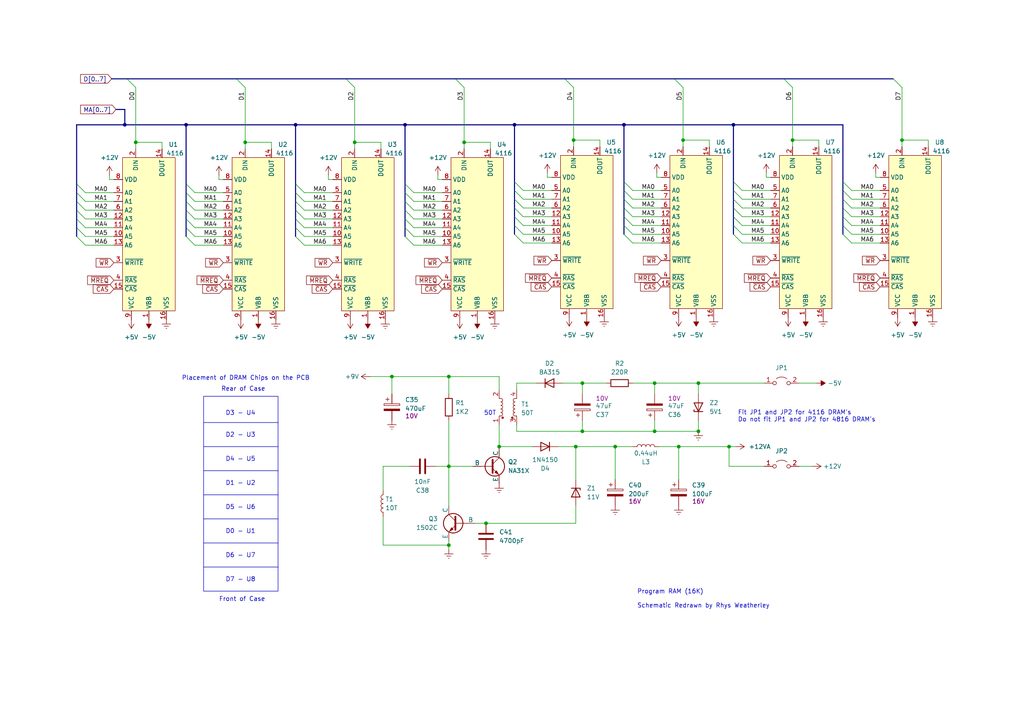
<source format=kicad_sch>
(kicad_sch (version 20230121) (generator eeschema)
  (paper "A4")
  (title_block (title "VZ300 Computer") (date "1985") (rev "1"))
  (lib_symbols
    (symbol "Device:C" (pin_numbers hide) (pin_names (offset 0.254))
      (property "Reference" "C" (at 0.635 2.54 0))
      (property "Value" "C" (at 0.635 -2.54 0))
      (symbol "C_0_1"
        (polyline (pts (xy -2.032 -0.762) (xy 2.032 -0.762)) (stroke (width 0.508)))
        (polyline (pts (xy -2.032 0.762) (xy 2.032 0.762)) (stroke (width 0.508)))
      )
      (symbol "C_1_1"
        (pin passive line (at 0 3.81 270) (length 2.794) (name "~") (number "1"))
        (pin passive line (at 0 -3.81 90) (length 2.794) (name "~") (number "2"))
      )
    )
    (symbol "Device:C_Polarized" (pin_numbers hide) (pin_names (offset 0.254))
      (property "Reference" "C" (at 0.635 2.54 0))
      (property "Value" "C_Polarized" (at 0.635 -2.54 0))
      (symbol "C_Polarized_0_1"
        (rectangle (start -2.286 0.508) (end 2.286 1.016))
        (polyline (pts (xy -1.778 2.286) (xy -0.762 2.286)))
        (polyline (pts (xy -1.27 2.794) (xy -1.27 1.778)))
        (rectangle (start 2.286 -0.508) (end -2.286 -1.016) (fill (type outline)))
      )
      (symbol "C_Polarized_1_1"
        (pin passive line (at 0 3.81 270) (length 2.794) (name "~") (number "1"))
        (pin passive line (at 0 -3.81 90) (length 2.794) (name "~") (number "2"))
      )
    )
    (symbol "Device:D" (pin_numbers hide) (pin_names (offset 1.016) hide)
      (property "Reference" "D" (at 0 2.54 0))
      (property "Value" "D" (at 0 -2.54 0))
      (symbol "D_0_1"
        (polyline (pts (xy -1.27 1.27) (xy -1.27 -1.27)) (stroke (width 0.254)))
        (polyline (pts (xy 1.27 0) (xy -1.27 0)))
        (polyline (pts (xy 1.27 1.27) (xy 1.27 -1.27) (xy -1.27 0) (xy 1.27 1.27)) (stroke (width 0.254)))
      )
      (symbol "D_1_1"
        (pin passive line (at -3.81 0 0) (length 2.54) (name "K") (number "1"))
        (pin passive line (at 3.81 0 180) (length 2.54) (name "A") (number "2"))
      )
    )
    (symbol "Device:D_Zener" (pin_numbers hide) (pin_names (offset 1.016) hide)
      (property "Reference" "D" (at 0 2.54 0))
      (property "Value" "D_Zener" (at 0 -2.54 0))
      (symbol "D_Zener_0_1"
        (polyline (pts (xy 1.27 0) (xy -1.27 0)))
        (polyline (pts (xy -1.27 -1.27) (xy -1.27 1.27) (xy -0.762 1.27)) (stroke (width 0.254)))
        (polyline (pts (xy 1.27 -1.27) (xy 1.27 1.27) (xy -1.27 0) (xy 1.27 -1.27)) (stroke (width 0.254)))
      )
      (symbol "D_Zener_1_1"
        (pin passive line (at -3.81 0 0) (length 2.54) (name "K") (number "1"))
        (pin passive line (at 3.81 0 180) (length 2.54) (name "A") (number "2"))
      )
    )
    (symbol "Device:L" (pin_numbers hide) (pin_names (offset 1.016) hide)
      (property "Reference" "L" (at -1.27 0 90))
      (property "Value" "L" (at 1.905 0 90))
      (symbol "L_0_1"
        (arc (start 0 -2.54) (mid 0.6323 -1.905) (end 0 -1.27))
        (arc (start 0 -1.27) (mid 0.6323 -0.635) (end 0 0))
        (arc (start 0 0) (mid 0.6323 0.635) (end 0 1.27))
        (arc (start 0 1.27) (mid 0.6323 1.905) (end 0 2.54))
      )
      (symbol "L_1_1"
        (pin passive line (at 0 3.81 270) (length 1.27) (name "1") (number "1"))
        (pin passive line (at 0 -3.81 90) (length 1.27) (name "2") (number "2"))
      )
    )
    (symbol "Device:L_Coupled" (pin_names (offset 0.254) hide)
      (property "Reference" "L" (at 0 4.445 0))
      (property "Value" "L_Coupled" (at 0 -4.445 0))
      (symbol "L_Coupled_0_1"
        (circle (center -3.048 -1.27) (radius 0.254) (fill (type outline)))
        (circle (center -3.048 1.524) (radius 0.254) (fill (type outline)))
        (arc (start -2.54 2.032) (mid -2.032 1.5262) (end -1.524 2.032))
        (arc (start -1.524 -2.032) (mid -2.032 -1.5262) (end -2.54 -2.032))
        (arc (start -1.524 2.032) (mid -1.016 1.5262) (end -0.508 2.032))
        (arc (start -0.508 -2.032) (mid -1.016 -1.5262) (end -1.524 -2.032))
        (arc (start -0.508 2.032) (mid 0 1.5262) (end 0.508 2.032))
        (polyline (pts (xy -2.54 -2.032) (xy -2.54 -2.54)))
        (polyline (pts (xy -2.54 2.032) (xy -2.54 2.54)))
        (polyline (pts (xy 2.54 -2.032) (xy 2.54 -2.54)))
        (polyline (pts (xy 2.54 2.54) (xy 2.54 2.032)))
        (arc (start 0.508 -2.032) (mid 0 -1.5262) (end -0.508 -2.032))
        (arc (start 0.508 2.032) (mid 1.016 1.5262) (end 1.524 2.032))
        (arc (start 1.524 -2.032) (mid 1.016 -1.5262) (end 0.508 -2.032))
        (arc (start 1.524 2.032) (mid 2.032 1.5262) (end 2.54 2.032))
        (arc (start 2.54 -2.032) (mid 2.032 -1.5262) (end 1.524 -2.032))
      )
      (symbol "L_Coupled_1_1"
        (pin passive line (at -5.08 2.54 0) (length 2.54) (name "1") (number "1"))
        (pin passive line (at 5.08 2.54 180) (length 2.54) (name "2") (number "2"))
        (pin passive line (at -5.08 -2.54 0) (length 2.54) (name "3") (number "3"))
        (pin passive line (at 5.08 -2.54 180) (length 2.54) (name "4") (number "4"))
      )
    )
    (symbol "Device:R" (pin_numbers hide) (pin_names (offset 0))
      (property "Reference" "R" (at 2.032 0 90))
      (property "Value" "R" (at 0 0 90))
      (symbol "R_0_1"
        (rectangle (start -1.016 -2.54) (end 1.016 2.54) (stroke (width 0.254)))
      )
      (symbol "R_1_1"
        (pin passive line (at 0 3.81 270) (length 1.27) (name "~") (number "1"))
        (pin passive line (at 0 -3.81 90) (length 1.27) (name "~") (number "2"))
      )
    )
    (symbol "Diode:1N4151" (pin_numbers hide) (pin_names hide)
      (property "Reference" "D" (at 0 2.54 0))
      (property "Value" "1N4151" (at 0 -2.54 0))
      (symbol "1N4151_0_1"
        (polyline (pts (xy -1.27 1.27) (xy -1.27 -1.27)) (stroke (width 0.254)))
        (polyline (pts (xy 1.27 0) (xy -1.27 0)))
        (polyline (pts (xy 1.27 1.27) (xy 1.27 -1.27) (xy -1.27 0) (xy 1.27 1.27)) (stroke (width 0.254)))
      )
      (symbol "1N4151_1_1"
        (pin passive line (at -3.81 0 0) (length 2.54) (name "K") (number "1"))
        (pin passive line (at 3.81 0 180) (length 2.54) (name "A") (number "2"))
      )
    )
    (symbol "Dynamic_RAM_4116:MK4116"
      (property "Reference" "U" (at 6.35 2.54 0))
      (property "Value" "4116" (at 7.62 0 0))
      (symbol "MK4116_1_1"
        (rectangle (start -7.62 -1.27) (end 7.62 -45.72) (fill (type background)))
        (pin power_in line (at 0 -48.26 90) (length 2.54) (name "VBB") (number "1"))
        (pin input line (at -10.16 -24.13 0) (length 2.54) (name "A5") (number "10"))
        (pin input line (at -10.16 -21.59 0) (length 2.54) (name "A4") (number "11"))
        (pin input line (at -10.16 -19.05 0) (length 2.54) (name "A3") (number "12"))
        (pin input line (at -10.16 -26.67 0) (length 2.54) (name "A6") (number "13"))
        (pin output line (at 3.81 1.27 270) (length 2.54) (name "DOUT") (number "14"))
        (pin input line (at -10.16 -39.37 0) (length 2.54) (name "~{CAS}") (number "15"))
        (pin power_in line (at 5.08 -48.26 90) (length 2.54) (name "VSS") (number "16"))
        (pin input line (at -3.81 1.27 270) (length 2.54) (name "DIN") (number "2"))
        (pin input line (at -10.16 -31.75 0) (length 2.54) (name "~{WRITE}") (number "3"))
        (pin input line (at -10.16 -36.83 0) (length 2.54) (name "~{RAS}") (number "4"))
        (pin input line (at -10.16 -11.43 0) (length 2.54) (name "A0") (number "5"))
        (pin input line (at -10.16 -16.51 0) (length 2.54) (name "A2") (number "6"))
        (pin input line (at -10.16 -13.97 0) (length 2.54) (name "A1") (number "7"))
        (pin power_in line (at -10.16 -7.62 0) (length 2.54) (name "VDD") (number "8"))
        (pin power_in line (at -5.08 -48.26 90) (length 2.54) (name "VCC") (number "9"))
      )
    )
    (symbol "Jumper:Jumper_2_Open" (pin_names (offset 0) hide)
      (property "Reference" "JP" (at 0 2.794 0))
      (property "Value" "Jumper_2_Open" (at 0 -2.286 0))
      (symbol "Jumper_2_Open_0_0"
        (circle (center -2.032 0) (radius 0.508))
        (circle (center 2.032 0) (radius 0.508))
      )
      (symbol "Jumper_2_Open_0_1"
        (arc (start 1.524 1.27) (mid 0 1.778) (end -1.524 1.27))
      )
      (symbol "Jumper_2_Open_1_1"
        (pin passive line (at -5.08 0 0) (length 2.54) (name "A") (number "1"))
        (pin passive line (at 5.08 0 180) (length 2.54) (name "B") (number "2"))
      )
    )
    (symbol "Simulation_SPICE:NPN" (pin_numbers hide) (pin_names (offset 0))
      (property "Reference" "Q" (at -2.54 7.62 0))
      (property "Value" "NPN" (at -2.54 5.08 0))
      (symbol "NPN_0_1"
        (polyline (pts (xy -2.54 0) (xy 0.635 0)) (stroke (width 0.1524)))
        (polyline (pts (xy 0.635 0.635) (xy 2.54 2.54)))
        (polyline (pts (xy 2.794 -1.27) (xy 2.794 -1.27)) (stroke (width 0.1524)))
        (polyline (pts (xy 2.794 -1.27) (xy 2.794 -1.27)) (stroke (width 0.1524)))
        (polyline (pts (xy 0.635 -0.635) (xy 2.54 -2.54) (xy 2.54 -2.54)))
        (polyline (pts (xy 0.635 1.905) (xy 0.635 -1.905) (xy 0.635 -1.905)) (stroke (width 0.508)))
        (polyline (pts (xy 1.27 -1.778) (xy 1.778 -1.27) (xy 2.286 -2.286) (xy 1.27 -1.778) (xy 1.27 -1.778)) (fill (type outline)))
        (circle (center 1.27 0) (radius 2.8194) (stroke (width 0.254)))
      )
      (symbol "NPN_1_1"
        (pin open_collector line (at 2.54 5.08 270) (length 2.54) (name "C") (number "1"))
        (pin input line (at -5.08 0 0) (length 2.54) (name "B") (number "2"))
        (pin open_emitter line (at 2.54 -5.08 90) (length 2.54) (name "E") (number "3"))
      )
    )
    (symbol "power:+12V" (power) (pin_names (offset 0))
      (property "Value" "+12V" (at 0 3.556 0))
      (symbol "+12V_0_1"
        (polyline (pts (xy -0.762 1.27) (xy 0 2.54)))
        (polyline (pts (xy 0 0) (xy 0 2.54)))
        (polyline (pts (xy 0 2.54) (xy 0.762 1.27)))
      )
      (symbol "+12V_1_1"
        (pin power_in line (at 0 0 90) (length 0) hide (name "+12V") (number "1"))
      )
    )
    (symbol "power:+12VA" (power) (pin_names (offset 0))
      (property "Value" "+12VA" (at 0 3.556 0))
      (symbol "+12VA_0_1"
        (polyline (pts (xy -0.762 1.27) (xy 0 2.54)))
        (polyline (pts (xy 0 0) (xy 0 2.54)))
        (polyline (pts (xy 0 2.54) (xy 0.762 1.27)))
      )
      (symbol "+12VA_1_1"
        (pin power_in line (at 0 0 90) (length 0) hide (name "+12VA") (number "1"))
      )
    )
    (symbol "power:+5V" (power) (pin_names (offset 0))
      (property "Value" "+5V" (at 0 3.556 0))
      (symbol "+5V_0_1"
        (polyline (pts (xy -0.762 1.27) (xy 0 2.54)))
        (polyline (pts (xy 0 0) (xy 0 2.54)))
        (polyline (pts (xy 0 2.54) (xy 0.762 1.27)))
      )
      (symbol "+5V_1_1"
        (pin power_in line (at 0 0 90) (length 0) hide (name "+5V") (number "1"))
      )
    )
    (symbol "power:+9V" (power) (pin_names (offset 0))
      (property "Value" "+9V" (at 0 3.556 0))
      (symbol "+9V_0_1"
        (polyline (pts (xy -0.762 1.27) (xy 0 2.54)))
        (polyline (pts (xy 0 0) (xy 0 2.54)))
        (polyline (pts (xy 0 2.54) (xy 0.762 1.27)))
      )
      (symbol "+9V_1_1"
        (pin power_in line (at 0 0 90) (length 0) hide (name "+9V") (number "1"))
      )
    )
    (symbol "power:-5V" (power) (pin_names (offset 0))
      (property "Value" "-5V" (at 0 3.81 0))
      (symbol "-5V_0_0"
        (pin power_in line (at 0 0 90) (length 0) hide (name "-5V") (number "1"))
      )
      (symbol "-5V_0_1"
        (polyline (pts (xy 0 0) (xy 0 1.27) (xy 0.762 1.27) (xy 0 2.54) (xy -0.762 1.27) (xy 0 1.27)) (fill (type outline)))
      )
    )
    (symbol "power:Earth" (power) (pin_names (offset 0))
      (symbol "Earth_0_1"
        (polyline (pts (xy -0.635 -1.905) (xy 0.635 -1.905)))
        (polyline (pts (xy -0.127 -2.54) (xy 0.127 -2.54)))
        (polyline (pts (xy 0 -1.27) (xy 0 0)))
        (polyline (pts (xy 1.27 -1.27) (xy -1.27 -1.27)))
      )
      (symbol "Earth_1_1"
        (pin power_in line (at 0 0 270) (length 0) hide (name "Earth") (number "1"))
      )
    )
  )
  (junction (at 149.225 36.195))
  (junction (at 113.665 109.22))
  (junction (at 130.175 109.22))
  (junction (at 130.175 135.255))
  (junction (at 144.78 129.54))
  (junction (at 167.005 129.54))
  (junction (at 39.37 41.275))
  (junction (at 178.435 129.54))
  (junction (at 189.865 125.095))
  (junction (at 53.975 36.195))
  (junction (at 196.85 129.54))
  (junction (at 229.87 40.64))
  (junction (at 166.37 40.64))
  (junction (at 140.97 151.765))
  (junction (at 180.975 36.195))
  (junction (at 117.475 36.195))
  (junction (at 198.12 40.64))
  (junction (at 36.195 36.195))
  (junction (at 189.865 111.125))
  (junction (at 168.91 125.095))
  (junction (at 211.455 129.54))
  (junction (at 130.175 158.115))
  (junction (at 71.12 41.275))
  (junction (at 261.62 40.64))
  (junction (at 85.725 36.195))
  (junction (at 202.565 125.095))
  (junction (at 202.565 111.125))
  (junction (at 212.725 36.195))
  (junction (at 134.62 41.275))
  (junction (at 102.87 41.275))
  (junction (at 168.91 111.125))
  (bus_entry (at 244.475 55.245) (size 2.54 2.54))
  (bus_entry (at 85.725 55.88) (size 2.54 2.54))
  (bus_entry (at 180.975 67.945) (size 2.54 2.54))
  (bus_entry (at 117.475 60.96) (size 2.54 2.54))
  (bus_entry (at 22.225 68.58) (size 2.54 2.54))
  (bus_entry (at 132.08 22.86) (size 2.54 2.54))
  (bus_entry (at 212.725 57.785) (size 2.54 2.54))
  (bus_entry (at 149.225 52.705) (size 2.54 2.54))
  (bus_entry (at 85.725 58.42) (size 2.54 2.54))
  (bus_entry (at 180.975 65.405) (size 2.54 2.54))
  (bus_entry (at 149.225 55.245) (size 2.54 2.54))
  (bus_entry (at 36.83 22.86) (size 2.54 2.54))
  (bus_entry (at 22.225 58.42) (size 2.54 2.54))
  (bus_entry (at 53.975 60.96) (size 2.54 2.54))
  (bus_entry (at 22.225 55.88) (size 2.54 2.54))
  (bus_entry (at 227.33 22.86) (size 2.54 2.54))
  (bus_entry (at 22.225 60.96) (size 2.54 2.54))
  (bus_entry (at 212.725 65.405) (size 2.54 2.54))
  (bus_entry (at 212.725 52.705) (size 2.54 2.54))
  (bus_entry (at 85.725 63.5) (size 2.54 2.54))
  (bus_entry (at 53.975 66.04) (size 2.54 2.54))
  (bus_entry (at 117.475 53.34) (size 2.54 2.54))
  (bus_entry (at 85.725 66.04) (size 2.54 2.54))
  (bus_entry (at 149.225 62.865) (size 2.54 2.54))
  (bus_entry (at 149.225 60.325) (size 2.54 2.54))
  (bus_entry (at 180.975 62.865) (size 2.54 2.54))
  (bus_entry (at 180.975 52.705) (size 2.54 2.54))
  (bus_entry (at 244.475 62.865) (size 2.54 2.54))
  (bus_entry (at 244.475 57.785) (size 2.54 2.54))
  (bus_entry (at 163.83 22.86) (size 2.54 2.54))
  (bus_entry (at 53.975 68.58) (size 2.54 2.54))
  (bus_entry (at 22.225 66.04) (size 2.54 2.54))
  (bus_entry (at 53.975 55.88) (size 2.54 2.54))
  (bus_entry (at 149.225 67.945) (size 2.54 2.54))
  (bus_entry (at 100.33 22.86) (size 2.54 2.54))
  (bus_entry (at 149.225 65.405) (size 2.54 2.54))
  (bus_entry (at 85.725 68.58) (size 2.54 2.54))
  (bus_entry (at 212.725 62.865) (size 2.54 2.54))
  (bus_entry (at 117.475 66.04) (size 2.54 2.54))
  (bus_entry (at 259.08 22.86) (size 2.54 2.54))
  (bus_entry (at 22.225 53.34) (size 2.54 2.54))
  (bus_entry (at 22.225 63.5) (size 2.54 2.54))
  (bus_entry (at 212.725 67.945) (size 2.54 2.54))
  (bus_entry (at 117.475 63.5) (size 2.54 2.54))
  (bus_entry (at 85.725 60.96) (size 2.54 2.54))
  (bus_entry (at 212.725 60.325) (size 2.54 2.54))
  (bus_entry (at 117.475 58.42) (size 2.54 2.54))
  (bus_entry (at 244.475 65.405) (size 2.54 2.54))
  (bus_entry (at 244.475 60.325) (size 2.54 2.54))
  (bus_entry (at 195.58 22.86) (size 2.54 2.54))
  (bus_entry (at 117.475 55.88) (size 2.54 2.54))
  (bus_entry (at 53.975 63.5) (size 2.54 2.54))
  (bus_entry (at 149.225 57.785) (size 2.54 2.54))
  (bus_entry (at 180.975 55.245) (size 2.54 2.54))
  (bus_entry (at 68.58 22.86) (size 2.54 2.54))
  (bus_entry (at 53.975 58.42) (size 2.54 2.54))
  (bus_entry (at 244.475 67.945) (size 2.54 2.54))
  (bus_entry (at 180.975 60.325) (size 2.54 2.54))
  (bus_entry (at 85.725 53.34) (size 2.54 2.54))
  (bus_entry (at 180.975 57.785) (size 2.54 2.54))
  (bus_entry (at 244.475 52.705) (size 2.54 2.54))
  (bus_entry (at 53.975 53.34) (size 2.54 2.54))
  (bus_entry (at 117.475 68.58) (size 2.54 2.54))
  (bus_entry (at 212.725 55.245) (size 2.54 2.54))
  (wire (pts (xy 111.125 135.255) (xy 118.745 135.255)))
  (wire (pts (xy 202.565 121.92) (xy 202.565 125.095)))
  (bus (pts (xy 180.975 36.195) (xy 180.975 52.705)))
  (wire (pts (xy 151.765 57.785) (xy 160.02 57.785)))
  (wire (pts (xy 56.515 71.12) (xy 64.77 71.12)))
  (wire (pts (xy 56.515 60.96) (xy 64.77 60.96)))
  (bus (pts (xy 22.225 63.5) (xy 22.225 66.04)))
  (bus (pts (xy 53.975 63.5) (xy 53.975 66.04)))
  (wire (pts (xy 247.015 65.405) (xy 255.27 65.405)))
  (wire (pts (xy 151.765 65.405) (xy 160.02 65.405)))
  (polyline (pts (xy 59.055 164.465) (xy 80.645 164.465)))
  (wire (pts (xy 151.765 60.325) (xy 160.02 60.325)))
  (bus (pts (xy 22.225 58.42) (xy 22.225 60.96)))
  (bus (pts (xy 180.975 57.785) (xy 180.975 60.325)))
  (bus (pts (xy 132.08 22.86) (xy 163.83 22.86)))
  (wire (pts (xy 130.175 158.115) (xy 130.175 159.385)))
  (wire (pts (xy 130.175 121.92) (xy 130.175 135.255)))
  (wire (pts (xy 144.78 129.54) (xy 144.78 130.175)))
  (wire (pts (xy 130.175 156.845) (xy 130.175 158.115)))
  (wire (pts (xy 183.515 70.485) (xy 191.77 70.485)))
  (wire (pts (xy 102.87 25.4) (xy 102.87 41.275)))
  (wire (pts (xy 151.765 55.245) (xy 160.02 55.245)))
  (wire (pts (xy 168.91 121.92) (xy 168.91 125.095)))
  (wire (pts (xy 24.765 68.58) (xy 33.02 68.58)))
  (bus (pts (xy 85.725 36.195) (xy 85.725 53.34)))
  (wire (pts (xy 167.005 129.54) (xy 167.005 139.065)))
  (wire (pts (xy 202.565 111.125) (xy 221.615 111.125)))
  (wire (pts (xy 183.515 65.405) (xy 191.77 65.405)))
  (wire (pts (xy 46.99 41.275) (xy 46.99 43.18)))
  (wire (pts (xy 95.25 52.07) (xy 95.25 50.8)))
  (bus (pts (xy 53.975 53.34) (xy 53.975 55.88)))
  (bus (pts (xy 149.225 65.405) (xy 149.225 67.945)))
  (bus (pts (xy 22.225 66.04) (xy 22.225 68.58)))
  (bus (pts (xy 22.225 36.195) (xy 22.225 53.34)))
  (wire (pts (xy 189.865 111.125) (xy 189.865 114.3)))
  (wire (pts (xy 134.62 43.18) (xy 134.62 41.275)))
  (wire (pts (xy 71.12 25.4) (xy 71.12 41.275)))
  (bus (pts (xy 180.975 62.865) (xy 180.975 65.405)))
  (wire (pts (xy 196.85 129.54) (xy 211.455 129.54)))
  (bus (pts (xy 244.475 57.785) (xy 244.475 60.325)))
  (bus (pts (xy 117.475 36.195) (xy 149.225 36.195)))
  (wire (pts (xy 142.24 41.275) (xy 142.24 43.18)))
  (wire (pts (xy 167.005 129.54) (xy 178.435 129.54)))
  (wire (pts (xy 247.015 57.785) (xy 255.27 57.785)))
  (wire (pts (xy 196.85 129.54) (xy 196.85 139.065)))
  (wire (pts (xy 111.125 158.115) (xy 130.175 158.115)))
  (bus (pts (xy 53.975 58.42) (xy 53.975 60.96)))
  (wire (pts (xy 120.015 55.88) (xy 128.27 55.88)))
  (wire (pts (xy 168.91 125.095) (xy 189.865 125.095)))
  (wire (pts (xy 151.765 67.945) (xy 160.02 67.945)))
  (wire (pts (xy 130.175 135.255) (xy 137.16 135.255)))
  (wire (pts (xy 130.175 135.255) (xy 130.175 146.685)))
  (wire (pts (xy 88.265 63.5) (xy 96.52 63.5)))
  (polyline (pts (xy 59.055 150.495) (xy 80.645 150.495)))
  (wire (pts (xy 166.37 42.545) (xy 166.37 40.64)))
  (wire (pts (xy 56.515 55.88) (xy 64.77 55.88)))
  (wire (pts (xy 24.765 71.12) (xy 33.02 71.12)))
  (wire (pts (xy 88.265 71.12) (xy 96.52 71.12)))
  (wire (pts (xy 39.37 25.4) (xy 39.37 41.275)))
  (bus (pts (xy 22.225 53.34) (xy 22.225 55.88)))
  (wire (pts (xy 167.005 151.765) (xy 167.005 146.685)))
  (wire (pts (xy 144.78 129.54) (xy 154.305 129.54)))
  (bus (pts (xy 244.475 52.705) (xy 244.475 55.245)))
  (wire (pts (xy 168.91 111.125) (xy 175.895 111.125)))
  (bus (pts (xy 117.475 58.42) (xy 117.475 60.96)))
  (wire (pts (xy 24.765 63.5) (xy 33.02 63.5)))
  (wire (pts (xy 88.265 68.58) (xy 96.52 68.58)))
  (wire (pts (xy 111.125 149.86) (xy 111.125 158.115)))
  (wire (pts (xy 190.5 51.435) (xy 190.5 50.165)))
  (wire (pts (xy 215.265 70.485) (xy 223.52 70.485)))
  (bus (pts (xy 149.225 52.705) (xy 149.225 55.245)))
  (bus (pts (xy 149.225 36.195) (xy 149.225 52.705)))
  (wire (pts (xy 102.87 43.18) (xy 102.87 41.275)))
  (wire (pts (xy 88.265 66.04) (xy 96.52 66.04)))
  (wire (pts (xy 215.265 62.865) (xy 223.52 62.865)))
  (bus (pts (xy 244.475 36.195) (xy 244.475 52.705)))
  (wire (pts (xy 229.87 40.64) (xy 237.49 40.64)))
  (bus (pts (xy 149.225 55.245) (xy 149.225 57.785)))
  (bus (pts (xy 85.725 36.195) (xy 117.475 36.195)))
  (wire (pts (xy 24.765 55.88) (xy 33.02 55.88)))
  (bus (pts (xy 85.725 53.34) (xy 85.725 55.88)))
  (wire (pts (xy 261.62 42.545) (xy 261.62 40.64)))
  (wire (pts (xy 202.565 111.125) (xy 202.565 114.3)))
  (wire (pts (xy 126.365 135.255) (xy 130.175 135.255)))
  (wire (pts (xy 33.02 52.07) (xy 31.75 52.07)))
  (wire (pts (xy 144.78 113.03) (xy 144.78 109.22)))
  (bus (pts (xy 53.975 36.195) (xy 53.975 53.34)))
  (wire (pts (xy 130.175 109.22) (xy 130.175 114.3)))
  (wire (pts (xy 56.515 58.42) (xy 64.77 58.42)))
  (wire (pts (xy 178.435 129.54) (xy 178.435 139.065)))
  (bus (pts (xy 212.725 62.865) (xy 212.725 65.405)))
  (wire (pts (xy 149.86 125.095) (xy 168.91 125.095)))
  (bus (pts (xy 180.975 36.195) (xy 212.725 36.195)))
  (wire (pts (xy 113.665 109.22) (xy 113.665 114.3)))
  (wire (pts (xy 269.24 40.64) (xy 269.24 42.545)))
  (bus (pts (xy 244.475 65.405) (xy 244.475 67.945)))
  (wire (pts (xy 24.765 60.96) (xy 33.02 60.96)))
  (wire (pts (xy 149.86 111.125) (xy 155.575 111.125)))
  (bus (pts (xy 212.725 57.785) (xy 212.725 60.325)))
  (bus (pts (xy 163.83 22.86) (xy 195.58 22.86)))
  (wire (pts (xy 247.015 70.485) (xy 255.27 70.485)))
  (wire (pts (xy 215.265 65.405) (xy 223.52 65.405)))
  (bus (pts (xy 212.725 36.195) (xy 212.725 52.705)))
  (wire (pts (xy 31.75 50.8) (xy 31.75 52.07)))
  (wire (pts (xy 191.135 129.54) (xy 196.85 129.54)))
  (bus (pts (xy 68.58 22.86) (xy 100.33 22.86)))
  (wire (pts (xy 163.195 111.125) (xy 168.91 111.125)))
  (wire (pts (xy 151.765 62.865) (xy 160.02 62.865)))
  (wire (pts (xy 120.015 58.42) (xy 128.27 58.42)))
  (bus (pts (xy 212.725 60.325) (xy 212.725 62.865)))
  (wire (pts (xy 198.12 25.4) (xy 198.12 40.64)))
  (wire (pts (xy 130.175 109.22) (xy 113.665 109.22)))
  (bus (pts (xy 33.655 31.75) (xy 36.195 31.75)))
  (bus (pts (xy 117.475 63.5) (xy 117.475 66.04)))
  (wire (pts (xy 198.12 42.545) (xy 198.12 40.64)))
  (bus (pts (xy 244.475 55.245) (xy 244.475 57.785)))
  (wire (pts (xy 158.75 51.435) (xy 158.75 50.165)))
  (wire (pts (xy 168.91 111.125) (xy 168.91 114.3)))
  (bus (pts (xy 227.33 22.86) (xy 259.08 22.86)))
  (wire (pts (xy 166.37 40.64) (xy 173.99 40.64)))
  (bus (pts (xy 85.725 66.04) (xy 85.725 68.58)))
  (wire (pts (xy 71.12 43.18) (xy 71.12 41.275)))
  (wire (pts (xy 64.77 52.07) (xy 63.5 52.07)))
  (bus (pts (xy 100.33 22.86) (xy 132.08 22.86)))
  (wire (pts (xy 102.87 41.275) (xy 110.49 41.275)))
  (wire (pts (xy 120.015 71.12) (xy 128.27 71.12)))
  (wire (pts (xy 183.515 111.125) (xy 189.865 111.125)))
  (wire (pts (xy 63.5 52.07) (xy 63.5 50.8)))
  (wire (pts (xy 24.765 66.04) (xy 33.02 66.04)))
  (bus (pts (xy 53.975 55.88) (xy 53.975 58.42)))
  (bus (pts (xy 85.725 60.96) (xy 85.725 63.5)))
  (wire (pts (xy 144.78 109.22) (xy 130.175 109.22)))
  (wire (pts (xy 189.865 125.095) (xy 202.565 125.095)))
  (bus (pts (xy 180.975 65.405) (xy 180.975 67.945)))
  (bus (pts (xy 117.475 53.34) (xy 117.475 55.88)))
  (wire (pts (xy 56.515 66.04) (xy 64.77 66.04)))
  (wire (pts (xy 254 51.435) (xy 254 50.165)))
  (wire (pts (xy 247.015 60.325) (xy 255.27 60.325)))
  (wire (pts (xy 134.62 41.275) (xy 142.24 41.275)))
  (wire (pts (xy 127 52.07) (xy 127 50.8)))
  (wire (pts (xy 205.74 40.64) (xy 205.74 42.545)))
  (wire (pts (xy 140.97 151.765) (xy 167.005 151.765)))
  (wire (pts (xy 56.515 68.58) (xy 64.77 68.58)))
  (wire (pts (xy 161.925 129.54) (xy 167.005 129.54)))
  (wire (pts (xy 247.015 55.245) (xy 255.27 55.245)))
  (polyline (pts (xy 59.055 129.54) (xy 80.645 129.54)))
  (wire (pts (xy 110.49 41.275) (xy 110.49 43.18)))
  (bus (pts (xy 212.725 36.195) (xy 244.475 36.195)))
  (bus (pts (xy 85.725 58.42) (xy 85.725 60.96)))
  (wire (pts (xy 88.265 55.88) (xy 96.52 55.88)))
  (wire (pts (xy 223.52 51.435) (xy 222.25 51.435)))
  (wire (pts (xy 215.265 67.945) (xy 223.52 67.945)))
  (wire (pts (xy 111.125 142.24) (xy 111.125 135.255)))
  (wire (pts (xy 56.515 63.5) (xy 64.77 63.5)))
  (polyline (pts (xy 59.055 122.555) (xy 80.645 122.555)))
  (wire (pts (xy 128.27 52.07) (xy 127 52.07)))
  (bus (pts (xy 36.195 36.195) (xy 53.975 36.195)))
  (wire (pts (xy 261.62 40.64) (xy 269.24 40.64)))
  (wire (pts (xy 78.74 41.275) (xy 78.74 43.18)))
  (wire (pts (xy 183.515 57.785) (xy 191.77 57.785)))
  (bus (pts (xy 149.225 62.865) (xy 149.225 65.405)))
  (bus (pts (xy 85.725 63.5) (xy 85.725 66.04)))
  (wire (pts (xy 255.27 51.435) (xy 254 51.435)))
  (bus (pts (xy 53.975 36.195) (xy 85.725 36.195)))
  (wire (pts (xy 221.615 135.255) (xy 211.455 135.255)))
  (wire (pts (xy 229.87 42.545) (xy 229.87 40.64)))
  (wire (pts (xy 191.77 51.435) (xy 190.5 51.435)))
  (wire (pts (xy 237.49 40.64) (xy 237.49 42.545)))
  (bus (pts (xy 36.195 31.75) (xy 36.195 36.195)))
  (wire (pts (xy 222.25 51.435) (xy 222.25 50.165)))
  (bus (pts (xy 117.475 60.96) (xy 117.475 63.5)))
  (wire (pts (xy 120.015 63.5) (xy 128.27 63.5)))
  (wire (pts (xy 173.99 40.64) (xy 173.99 42.545)))
  (wire (pts (xy 215.265 55.245) (xy 223.52 55.245)))
  (wire (pts (xy 71.12 41.275) (xy 78.74 41.275)))
  (wire (pts (xy 88.265 58.42) (xy 96.52 58.42)))
  (wire (pts (xy 261.62 25.4) (xy 261.62 40.64)))
  (bus (pts (xy 244.475 62.865) (xy 244.475 65.405)))
  (polyline (pts (xy 59.055 143.51) (xy 80.645 143.51)))
  (wire (pts (xy 215.265 60.325) (xy 223.52 60.325)))
  (wire (pts (xy 149.86 123.19) (xy 149.86 125.095)))
  (bus (pts (xy 195.58 22.86) (xy 227.33 22.86)))
  (bus (pts (xy 32.385 22.86) (xy 36.83 22.86)))
  (bus (pts (xy 117.475 36.195) (xy 117.475 53.34)))
  (bus (pts (xy 85.725 55.88) (xy 85.725 58.42)))
  (polyline (pts (xy 59.055 136.525) (xy 80.645 136.525)))
  (wire (pts (xy 247.015 62.865) (xy 255.27 62.865)))
  (wire (pts (xy 211.455 135.255) (xy 211.455 129.54)))
  (wire (pts (xy 24.765 58.42) (xy 33.02 58.42)))
  (bus (pts (xy 149.225 57.785) (xy 149.225 60.325)))
  (bus (pts (xy 149.225 36.195) (xy 180.975 36.195)))
  (wire (pts (xy 189.865 111.125) (xy 202.565 111.125)))
  (bus (pts (xy 244.475 60.325) (xy 244.475 62.865)))
  (bus (pts (xy 212.725 65.405) (xy 212.725 67.945)))
  (bus (pts (xy 180.975 60.325) (xy 180.975 62.865)))
  (wire (pts (xy 247.015 67.945) (xy 255.27 67.945)))
  (wire (pts (xy 211.455 129.54) (xy 213.36 129.54)))
  (bus (pts (xy 53.975 66.04) (xy 53.975 68.58)))
  (wire (pts (xy 183.515 62.865) (xy 191.77 62.865)))
  (bus (pts (xy 180.975 52.705) (xy 180.975 55.245)))
  (wire (pts (xy 160.02 51.435) (xy 158.75 51.435)))
  (bus (pts (xy 36.83 22.86) (xy 68.58 22.86)))
  (wire (pts (xy 120.015 66.04) (xy 128.27 66.04)))
  (wire (pts (xy 166.37 25.4) (xy 166.37 40.64)))
  (wire (pts (xy 189.865 121.92) (xy 189.865 125.095)))
  (wire (pts (xy 120.015 68.58) (xy 128.27 68.58)))
  (bus (pts (xy 22.225 55.88) (xy 22.225 58.42)))
  (wire (pts (xy 231.775 111.125) (xy 236.855 111.125)))
  (wire (pts (xy 120.015 60.96) (xy 128.27 60.96)))
  (wire (pts (xy 96.52 52.07) (xy 95.25 52.07)))
  (wire (pts (xy 183.515 55.245) (xy 191.77 55.245)))
  (bus (pts (xy 22.225 60.96) (xy 22.225 63.5)))
  (wire (pts (xy 178.435 129.54) (xy 183.515 129.54)))
  (wire (pts (xy 229.87 25.4) (xy 229.87 40.64)))
  (wire (pts (xy 183.515 60.325) (xy 191.77 60.325)))
  (bus (pts (xy 22.225 36.195) (xy 36.195 36.195)))
  (wire (pts (xy 231.775 135.255) (xy 235.585 135.255)))
  (bus (pts (xy 212.725 52.705) (xy 212.725 55.245)))
  (wire (pts (xy 183.515 67.945) (xy 191.77 67.945)))
  (bus (pts (xy 117.475 55.88) (xy 117.475 58.42)))
  (wire (pts (xy 137.795 151.765) (xy 140.97 151.765)))
  (bus (pts (xy 117.475 66.04) (xy 117.475 68.58)))
  (wire (pts (xy 149.86 113.03) (xy 149.86 111.125)))
  (wire (pts (xy 144.78 123.19) (xy 144.78 129.54)))
  (wire (pts (xy 39.37 43.18) (xy 39.37 41.275)))
  (wire (pts (xy 151.765 70.485) (xy 160.02 70.485)))
  (bus (pts (xy 149.225 60.325) (xy 149.225 62.865)))
  (wire (pts (xy 39.37 41.275) (xy 46.99 41.275)))
  (bus (pts (xy 53.975 60.96) (xy 53.975 63.5)))
  (wire (pts (xy 134.62 25.4) (xy 134.62 41.275)))
  (bus (pts (xy 180.975 55.245) (xy 180.975 57.785)))
  (wire (pts (xy 215.265 57.785) (xy 223.52 57.785)))
  (bus (pts (xy 212.725 55.245) (xy 212.725 57.785)))
  (polyline (pts (xy 59.055 157.48) (xy 80.645 157.48)))
  (wire (pts (xy 113.665 109.22) (xy 107.315 109.22)))
  (wire (pts (xy 198.12 40.64) (xy 205.74 40.64)))
  (wire (pts (xy 88.265 60.96) (xy 96.52 60.96)))
  (rectangle (start 59.055 114.935) (end 80.645 171.45))
  (text "Placement of DRAM Chips on the PCB" (at 52.705 110.49 0) (effects (font (size 1.27 1.27)) (justify left bottom)))
  (text "D1 - U2" (at 65.405 140.97 0) (effects (font (size 1.27 1.27)) (justify left bottom)))
  (text "Rear of Case" (at 64.135 113.665 0) (effects (font (size 1.27 1.27)) (justify left bottom)))
  (text "Fit JP1 and JP2 for 4116 DRAM's\nDo not fit JP1 and JP2 for 4816 DRAM's" (at 213.995 122.555 0) (effects (font (size 1.27 1.27)) (justify left bottom)))
  (text "D0 - U1" (at 65.405 154.94 0) (effects (font (size 1.27 1.27)) (justify left bottom)))
  (text "D5 - U6" (at 65.405 147.955 0) (effects (font (size 1.27 1.27)) (justify left bottom)))
  (text "50T" (at 140.335 120.65 0) (effects (font (size 1.27 1.27)) (justify left bottom)))
  (text "D2 - U3" (at 65.405 127 0) (effects (font (size 1.27 1.27)) (justify left bottom)))
  (text "D7 - U8" (at 65.405 168.91 0) (effects (font (size 1.27 1.27)) (justify left bottom)))
  (text "Front of Case" (at 63.5 174.625 0) (effects (font (size 1.27 1.27)) (justify left bottom)))
  (text "Program RAM (16K)\n\nSchematic Redrawn by Rhys Weatherley" (at 184.785 176.53 0) (effects (font (size 1.27 1.27)) (justify left bottom)))
  (text "D3 - U4" (at 65.405 120.65 0) (effects (font (size 1.27 1.27)) (justify left bottom)))
  (text "D6 - U7" (at 65.405 161.925 0) (effects (font (size 1.27 1.27)) (justify left bottom)))
  (text "D4 - U5" (at 65.405 133.985 0) (effects (font (size 1.27 1.27)) (justify left bottom)))
  (label "MA6" (at 90.805 71.12 0))
  (label "D4" (at 166.37 29.21 90))
  (label "MA5" (at 59.055 68.58 0))
  (label "MA6" (at 59.055 71.12 0))
  (label "D7" (at 261.62 29.21 90))
  (label "MA3" (at 249.555 62.865 0))
  (label "MA0" (at 186.055 55.245 0))
  (label "MA2" (at 90.805 60.96 0))
  (label "MA5" (at 217.805 67.945 0))
  (label "MA2" (at 27.305 60.96 0))
  (label "MA6" (at 249.555 70.485 0))
  (label "MA1" (at 249.555 57.785 0))
  (label "MA1" (at 59.055 58.42 0))
  (label "MA3" (at 59.055 63.5 0))
  (label "MA0" (at 249.555 55.245 0))
  (label "D1" (at 71.12 29.21 90))
  (label "MA1" (at 122.555 58.42 0))
  (label "MA2" (at 122.555 60.96 0))
  (label "MA3" (at 217.805 62.865 0))
  (label "MA5" (at 27.305 68.58 0))
  (label "MA3" (at 154.305 62.865 0))
  (label "MA5" (at 154.305 67.945 0))
  (label "MA6" (at 154.305 70.485 0))
  (label "MA1" (at 90.805 58.42 0))
  (label "MA4" (at 122.555 66.04 0))
  (label "MA0" (at 217.805 55.245 0))
  (label "MA6" (at 27.305 71.12 0))
  (label "MA3" (at 27.305 63.5 0))
  (label "MA1" (at 217.805 57.785 0))
  (label "MA5" (at 249.555 67.945 0))
  (label "MA2" (at 154.305 60.325 0))
  (label "MA6" (at 217.805 70.485 0))
  (label "MA2" (at 217.805 60.325 0))
  (label "MA2" (at 249.555 60.325 0))
  (label "MA4" (at 59.055 66.04 0))
  (label "MA1" (at 186.055 57.785 0))
  (label "D5" (at 198.12 29.21 90))
  (label "D0" (at 39.37 29.21 90))
  (label "MA0" (at 154.305 55.245 0))
  (label "MA0" (at 27.305 55.88 0))
  (label "MA4" (at 154.305 65.405 0))
  (label "MA3" (at 122.555 63.5 0))
  (label "MA6" (at 122.555 71.12 0))
  (label "MA2" (at 59.055 60.96 0))
  (label "MA1" (at 154.305 57.785 0))
  (label "MA5" (at 186.055 67.945 0))
  (label "MA5" (at 122.555 68.58 0))
  (label "MA0" (at 59.055 55.88 0))
  (label "D3" (at 134.62 29.21 90))
  (label "MA4" (at 90.805 66.04 0))
  (label "MA5" (at 90.805 68.58 0))
  (label "MA3" (at 90.805 63.5 0))
  (label "MA0" (at 90.805 55.88 0))
  (label "MA4" (at 249.555 65.405 0))
  (label "MA3" (at 186.055 62.865 0))
  (label "D2" (at 102.87 29.21 90))
  (label "MA4" (at 27.305 66.04 0))
  (label "MA2" (at 186.055 60.325 0))
  (label "MA6" (at 186.055 70.485 0))
  (label "MA4" (at 217.805 65.405 0))
  (label "MA4" (at 186.055 65.405 0))
  (label "MA0" (at 122.555 55.88 0))
  (label "MA1" (at 27.305 58.42 0))
  (label "D6" (at 229.87 29.21 90))
  (global_label "~{CAS}" (shape input) (at 96.52 83.82 180) (property "Intersheetrefs" "${INTERSHEET_REFS}" (effects hide)))
  (global_label "MA[0..7]" (shape input) (at 33.655 31.75 180) (property "Intersheetrefs" "${INTERSHEET_REFS}" (effects hide)))
  (global_label "~{CAS}" (shape input) (at 191.77 83.185 180) (property "Intersheetrefs" "${INTERSHEET_REFS}" (effects hide)))
  (global_label "~{MREQ}" (shape input) (at 128.27 81.28 180) (property "Intersheetrefs" "${INTERSHEET_REFS}" (effects hide)))
  (global_label "~{MREQ}" (shape input) (at 223.52 80.645 180) (property "Intersheetrefs" "${INTERSHEET_REFS}" (effects hide)))
  (global_label "~{CAS}" (shape input) (at 33.02 83.82 180) (property "Intersheetrefs" "${INTERSHEET_REFS}" (effects hide)))
  (global_label "~{MREQ}" (shape input) (at 33.02 81.28 180) (property "Intersheetrefs" "${INTERSHEET_REFS}" (effects hide)))
  (global_label "~{CAS}" (shape input) (at 64.77 83.82 180) (property "Intersheetrefs" "${INTERSHEET_REFS}" (effects hide)))
  (global_label "D[0..7]" (shape input) (at 32.385 22.86 180) (property "Intersheetrefs" "${INTERSHEET_REFS}" (effects hide)))
  (global_label "~{MREQ}" (shape input) (at 255.27 80.645 180) (property "Intersheetrefs" "${INTERSHEET_REFS}" (effects hide)))
  (global_label "~{WR}" (shape input) (at 191.77 75.565 180) (property "Intersheetrefs" "${INTERSHEET_REFS}" (effects hide)))
  (global_label "~{WR}" (shape input) (at 96.52 76.2 180) (property "Intersheetrefs" "${INTERSHEET_REFS}" (effects hide)))
  (global_label "~{WR}" (shape input) (at 128.27 76.2 180) (property "Intersheetrefs" "${INTERSHEET_REFS}" (effects hide)))
  (global_label "~{CAS}" (shape input) (at 223.52 83.185 180) (property "Intersheetrefs" "${INTERSHEET_REFS}" (effects hide)))
  (global_label "~{MREQ}" (shape input) (at 160.02 80.645 180) (property "Intersheetrefs" "${INTERSHEET_REFS}" (effects hide)))
  (global_label "~{WR}" (shape input) (at 255.27 75.565 180) (property "Intersheetrefs" "${INTERSHEET_REFS}" (effects hide)))
  (global_label "~{MREQ}" (shape input) (at 64.77 81.28 180) (property "Intersheetrefs" "${INTERSHEET_REFS}" (effects hide)))
  (global_label "~{CAS}" (shape input) (at 128.27 83.82 180) (property "Intersheetrefs" "${INTERSHEET_REFS}" (effects hide)))
  (global_label "~{CAS}" (shape input) (at 160.02 83.185 180) (property "Intersheetrefs" "${INTERSHEET_REFS}" (effects hide)))
  (global_label "~{MREQ}" (shape input) (at 96.52 81.28 180) (property "Intersheetrefs" "${INTERSHEET_REFS}" (effects hide)))
  (global_label "~{WR}" (shape input) (at 160.02 75.565 180) (property "Intersheetrefs" "${INTERSHEET_REFS}" (effects hide)))
  (global_label "~{CAS}" (shape input) (at 255.27 83.185 180) (property "Intersheetrefs" "${INTERSHEET_REFS}" (effects hide)))
  (global_label "~{WR}" (shape input) (at 64.77 76.2 180) (property "Intersheetrefs" "${INTERSHEET_REFS}" (effects hide)))
  (global_label "~{WR}" (shape input) (at 33.02 76.2 180) (property "Intersheetrefs" "${INTERSHEET_REFS}" (effects hide)))
  (global_label "~{MREQ}" (shape input) (at 191.77 80.645 180) (property "Intersheetrefs" "${INTERSHEET_REFS}" (effects hide)))
  (global_label "~{WR}" (shape input) (at 223.52 75.565 180) (property "Intersheetrefs" "${INTERSHEET_REFS}" (effects hide)))
  (symbol (lib_id "power:Earth") (at 202.565 125.095 0) (unit 1)
    (property "Reference" "#PWR0174" (effects hide))
    (property "Value" "Earth" (effects hide))
  )
  (symbol (lib_id "Device:C_Polarized") (at 196.85 142.875 0) (unit 1)
    (property "Reference" "C39" (at 200.66 140.716 0) (effects (justify left)))
    (property "Value" "100uF" (at 200.66 143.256 0) (effects (justify left)))
    (property "Rating" "16V" (at 202.565 145.415 0))
  )
  (symbol (lib_id "Device:D") (at 159.385 111.125 0) (unit 1)
    (property "Reference" "D2" (at 159.385 105.41 0))
    (property "Value" "BA315" (at 159.385 107.95 0))
    (property "Sim.Device" "D" (effects hide))
    (property "Sim.Pins" "1=K 2=A" (effects hide))
  )
  (symbol (lib_id "power:+12V") (at 222.25 50.165 0) (unit 1)
    (property "Reference" "#PWR0159" (effects hide))
    (property "Value" "+12V" (at 222.25 45.085 0))
  )
  (symbol (lib_id "Device:D_Zener") (at 167.005 142.875 270) (unit 1)
    (property "Reference" "Z1" (at 170.18 141.605 90) (effects (justify left)))
    (property "Value" "11V" (at 170.18 144.145 90) (effects (justify left)))
  )
  (symbol (lib_id "Dynamic_RAM_4116:MK4116") (at 201.93 43.815 0) (unit 1)
    (property "Reference" "U6" (at 207.645 41.275 0) (effects (justify left)))
    (property "Value" "4116" (at 207.01 43.815 0) (effects (justify left)))
    (property "Footprint" "Package_DIP:DIP-16_W7.62mm" (effects hide))
  )
  (symbol (lib_id "Device:R") (at 130.175 118.11 0) (unit 1)
    (property "Reference" "R1" (at 132.08 116.84 0) (effects (justify left)))
    (property "Value" "1K2" (at 132.08 119.38 0) (effects (justify left)))
  )
  (symbol (lib_id "power:+12V") (at 127 50.8 0) (unit 1)
    (property "Reference" "#PWR049" (effects hide))
    (property "Value" "+12V" (at 127 45.72 0))
  )
  (symbol (lib_id "power:-5V") (at 43.18 92.71 180) (unit 1)
    (property "Reference" "#PWR030" (effects hide))
    (property "Value" "-5V" (at 43.18 97.79 0))
  )
  (symbol (lib_id "Device:C_Polarized") (at 113.665 118.11 0) (unit 1)
    (property "Reference" "C35" (at 117.475 115.951 0) (effects (justify left)))
    (property "Value" "470uF" (at 117.475 118.491 0) (effects (justify left)))
    (property "Rating" "10V" (at 119.38 120.65 0))
  )
  (symbol (lib_id "Device:R") (at 179.705 111.125 90) (unit 1)
    (property "Reference" "R2" (at 179.705 105.41 90))
    (property "Value" "220R" (at 179.705 107.95 90))
  )
  (symbol (lib_id "power:+9V") (at 107.315 109.22 90) (unit 1)
    (property "Reference" "#PWR0168" (effects hide))
    (property "Value" "+9V" (at 104.14 109.22 90) (effects (justify left)))
  )
  (symbol (lib_id "power:+5V") (at 133.35 92.71 180) (unit 1)
    (property "Reference" "#PWR050" (effects hide))
    (property "Value" "+5V" (at 133.35 97.79 0))
  )
  (symbol (lib_id "Device:C_Polarized") (at 168.91 118.11 0) (mirror x) (unit 1)
    (property "Reference" "C37" (at 172.72 120.269 0) (effects (justify left)))
    (property "Value" "47uF" (at 172.72 117.729 0) (effects (justify left)))
    (property "Rating" "10V" (at 174.625 115.57 0))
  )
  (symbol (lib_id "power:-5V") (at 265.43 92.075 180) (unit 1)
    (property "Reference" "#PWR0165" (effects hide))
    (property "Value" "-5V" (at 265.43 97.155 0))
  )
  (symbol (lib_id "Device:L_Coupled") (at 147.32 118.11 90) (unit 1)
    (property "Reference" "T1" (at 151.13 117.221 90) (effects (justify right)))
    (property "Value" "50T" (at 151.13 119.761 90) (effects (justify right)))
  )
  (symbol (lib_id "Dynamic_RAM_4116:MK4116") (at 138.43 44.45 0) (unit 1)
    (property "Reference" "U4" (at 144.145 41.91 0) (effects (justify left)))
    (property "Value" "4116" (at 143.51 44.45 0) (effects (justify left)))
    (property "Footprint" "Package_DIP:DIP-16_W7.62mm" (effects hide))
  )
  (symbol (lib_id "Device:C") (at 122.555 135.255 90) (mirror x) (unit 1)
    (property "Reference" "C38" (at 122.555 142.24 90))
    (property "Value" "10nF" (at 122.555 139.7 90))
  )
  (symbol (lib_id "power:+5V") (at 165.1 92.075 180) (unit 1)
    (property "Reference" "#PWR066" (effects hide))
    (property "Value" "+5V" (at 165.1 97.155 0))
  )
  (symbol (lib_id "power:+12V") (at 158.75 50.165 0) (unit 1)
    (property "Reference" "#PWR053" (effects hide))
    (property "Value" "+12V" (at 158.75 45.085 0))
  )
  (symbol (lib_id "power:-5V") (at 106.68 92.71 180) (unit 1)
    (property "Reference" "#PWR047" (effects hide))
    (property "Value" "-5V" (at 106.68 97.79 0))
  )
  (symbol (lib_id "Device:L") (at 111.125 146.05 0) (mirror y) (unit 1)
    (property "Reference" "T1" (at 111.76 144.78 0) (effects (justify right)))
    (property "Value" "10T" (at 111.76 147.32 0) (effects (justify right)))
  )
  (symbol (lib_id "Dynamic_RAM_4116:MK4116") (at 43.18 44.45 0) (unit 1)
    (property "Reference" "U1" (at 48.895 41.91 0) (effects (justify left)))
    (property "Value" "4116" (at 48.26 44.45 0) (effects (justify left)))
    (property "Footprint" "Package_DIP:DIP-16_W7.62mm" (effects hide))
  )
  (symbol (lib_id "Dynamic_RAM_4116:MK4116") (at 106.68 44.45 0) (unit 1)
    (property "Reference" "U3" (at 112.395 41.91 0) (effects (justify left)))
    (property "Value" "4116" (at 111.76 44.45 0) (effects (justify left)))
    (property "Footprint" "Package_DIP:DIP-16_W7.62mm" (effects hide))
  )
  (symbol (lib_id "power:+12V") (at 63.5 50.8 0) (unit 1)
    (property "Reference" "#PWR032" (effects hide))
    (property "Value" "+12V" (at 63.5 45.72 0))
  )
  (symbol (lib_id "power:+12V") (at 31.75 50.8 0) (unit 1)
    (property "Reference" "#PWR017" (effects hide))
    (property "Value" "+12V" (at 31.75 45.72 0))
  )
  (symbol (lib_id "power:Earth") (at 178.435 146.685 0) (unit 1)
    (property "Reference" "#PWR0172" (effects hide))
    (property "Value" "Earth" (effects hide))
  )
  (symbol (lib_id "power:+5V") (at 260.35 92.075 180) (unit 1)
    (property "Reference" "#PWR0164" (effects hide))
    (property "Value" "+5V" (at 260.35 97.155 0))
  )
  (symbol (lib_id "power:Earth") (at 140.97 159.385 0) (unit 1)
    (property "Reference" "#PWR0177" (effects hide))
    (property "Value" "Earth" (effects hide))
  )
  (symbol (lib_id "Device:C") (at 140.97 155.575 0) (unit 1)
    (property "Reference" "C41" (at 144.78 154.305 0) (effects (justify left)))
    (property "Value" "4700pF" (at 144.78 156.845 0) (effects (justify left)))
  )
  (symbol (lib_id "power:Earth") (at 196.85 146.685 0) (unit 1)
    (property "Reference" "#PWR0173" (effects hide))
    (property "Value" "Earth" (effects hide))
  )
  (symbol (lib_id "power:-5V") (at 233.68 92.075 180) (unit 1)
    (property "Reference" "#PWR0161" (effects hide))
    (property "Value" "-5V" (at 233.68 97.155 0))
  )
  (symbol (lib_id "power:Earth") (at 80.01 92.71 0) (unit 1)
    (property "Reference" "#PWR037" (effects hide))
    (property "Value" "Earth" (effects hide))
  )
  (symbol (lib_id "power:+5V") (at 101.6 92.71 180) (unit 1)
    (property "Reference" "#PWR046" (effects hide))
    (property "Value" "+5V" (at 101.6 97.79 0))
  )
  (symbol (lib_id "Device:C_Polarized") (at 189.865 118.11 0) (mirror x) (unit 1)
    (property "Reference" "C36" (at 193.675 120.269 0) (effects (justify left)))
    (property "Value" "47uF" (at 193.675 117.729 0) (effects (justify left)))
    (property "Rating" "10V" (at 195.58 115.57 0))
  )
  (symbol (lib_id "power:+12V") (at 95.25 50.8 0) (unit 1)
    (property "Reference" "#PWR039" (effects hide))
    (property "Value" "+12V" (at 95.25 45.72 0))
  )
  (symbol (lib_id "power:-5V") (at 201.93 92.075 180) (unit 1)
    (property "Reference" "#PWR0152" (effects hide))
    (property "Value" "-5V" (at 201.93 97.155 0))
  )
  (symbol (lib_id "power:Earth") (at 144.78 140.335 0) (unit 1)
    (property "Reference" "#PWR0171" (effects hide))
    (property "Value" "Earth" (effects hide))
  )
  (symbol (lib_id "Dynamic_RAM_4116:MK4116") (at 170.18 43.815 0) (unit 1)
    (property "Reference" "U5" (at 175.895 41.275 0) (effects (justify left)))
    (property "Value" "4116" (at 175.26 43.815 0) (effects (justify left)))
    (property "Footprint" "Package_DIP:DIP-16_W7.62mm" (effects hide))
  )
  (symbol (lib_id "Simulation_SPICE:NPN") (at 132.715 151.765 0) (mirror y) (unit 1)
    (property "Reference" "Q3" (at 127 150.495 0) (effects (justify left)))
    (property "Value" "1502C" (at 127 153.035 0) (effects (justify left)))
    (property "Sim.Device" "NPN" (effects hide))
    (property "Sim.Type" "GUMMELPOON" (effects hide))
    (property "Sim.Pins" "1=C 2=B 3=E" (effects hide))
  )
  (symbol (lib_id "power:-5V") (at 236.855 111.125 270) (unit 1)
    (property "Reference" "#PWR0175" (effects hide))
    (property "Value" "-5V" (at 240.03 111.125 90) (effects (justify left)))
  )
  (symbol (lib_id "power:Earth") (at 238.76 92.075 0) (unit 1)
    (property "Reference" "#PWR0162" (effects hide))
    (property "Value" "Earth" (effects hide))
  )
  (symbol (lib_id "power:Earth") (at 207.01 92.075 0) (unit 1)
    (property "Reference" "#PWR0158" (effects hide))
    (property "Value" "Earth" (effects hide))
  )
  (symbol (lib_id "power:Earth") (at 111.76 92.71 0) (unit 1)
    (property "Reference" "#PWR048" (effects hide))
    (property "Value" "Earth" (effects hide))
  )
  (symbol (lib_id "power:-5V") (at 74.93 92.71 180) (unit 1)
    (property "Reference" "#PWR035" (effects hide))
    (property "Value" "-5V" (at 74.93 97.79 0))
  )
  (symbol (lib_id "Dynamic_RAM_4116:MK4116") (at 265.43 43.815 0) (unit 1)
    (property "Reference" "U8" (at 271.145 41.275 0) (effects (justify left)))
    (property "Value" "4116" (at 270.51 43.815 0) (effects (justify left)))
    (property "Footprint" "Package_DIP:DIP-16_W7.62mm" (effects hide))
  )
  (symbol (lib_id "power:-5V") (at 170.18 92.075 180) (unit 1)
    (property "Reference" "#PWR0148" (effects hide))
    (property "Value" "-5V" (at 170.18 97.155 0))
  )
  (symbol (lib_id "Dynamic_RAM_4116:MK4116") (at 74.93 44.45 0) (unit 1)
    (property "Reference" "U2" (at 80.645 41.91 0) (effects (justify left)))
    (property "Value" "4116" (at 80.01 44.45 0) (effects (justify left)))
    (property "Footprint" "Package_DIP:DIP-16_W7.62mm" (effects hide))
  )
  (symbol (lib_id "power:+12V") (at 254 50.165 0) (unit 1)
    (property "Reference" "#PWR0163" (effects hide))
    (property "Value" "+12V" (at 254 45.085 0))
  )
  (symbol (lib_id "power:+5V") (at 228.6 92.075 180) (unit 1)
    (property "Reference" "#PWR0160" (effects hide))
    (property "Value" "+5V" (at 228.6 97.155 0))
  )
  (symbol (lib_id "power:+5V") (at 69.85 92.71 180) (unit 1)
    (property "Reference" "#PWR034" (effects hide))
    (property "Value" "+5V" (at 69.85 97.79 0))
  )
  (symbol (lib_id "power:Earth") (at 270.51 92.075 0) (unit 1)
    (property "Reference" "#PWR0166" (effects hide))
    (property "Value" "Earth" (effects hide))
  )
  (symbol (lib_id "Device:C_Polarized") (at 178.435 142.875 0) (unit 1)
    (property "Reference" "C40" (at 182.245 140.716 0) (effects (justify left)))
    (property "Value" "200uF" (at 182.245 143.256 0) (effects (justify left)))
    (property "Rating" "16V" (at 184.15 145.415 0))
  )
  (symbol (lib_id "Diode:1N4151") (at 158.115 129.54 180) (unit 1)
    (property "Reference" "D4" (at 158.115 135.89 0))
    (property "Value" "1N4150" (at 158.115 133.35 0))
    (property "Footprint" "Diode_THT:D_DO-35_SOD27_P7.62mm_Horizontal" (effects hide))
    (property "Datasheet" "http://www.microsemi.com/document-portal/doc_view/11580-lds-0239" (effects hide))
    (property "Sim.Device" "D" (effects hide))
    (property "Sim.Pins" "1=K 2=A" (effects hide))
  )
  (symbol (lib_id "Dynamic_RAM_4116:MK4116") (at 233.68 43.815 0) (unit 1)
    (property "Reference" "U7" (at 239.395 41.275 0) (effects (justify left)))
    (property "Value" "4116" (at 238.76 43.815 0) (effects (justify left)))
    (property "Footprint" "Package_DIP:DIP-16_W7.62mm" (effects hide))
  )
  (symbol (lib_id "power:-5V") (at 138.43 92.71 180) (unit 1)
    (property "Reference" "#PWR051" (effects hide))
    (property "Value" "-5V" (at 138.43 97.79 0))
  )
  (symbol (lib_id "power:Earth") (at 113.665 121.92 0) (unit 1)
    (property "Reference" "#PWR0169" (effects hide))
    (property "Value" "Earth" (effects hide))
  )
  (symbol (lib_id "power:Earth") (at 143.51 92.71 0) (unit 1)
    (property "Reference" "#PWR052" (effects hide))
    (property "Value" "Earth" (effects hide))
  )
  (symbol (lib_id "Jumper:Jumper_2_Open") (at 226.695 135.255 0) (unit 1)
    (property "Reference" "JP2" (at 226.695 130.81 0))
    (property "Value" "Jumper_2_Open" (effects hide))
  )
  (symbol (lib_id "power:+12VA") (at 213.36 129.54 270) (unit 1)
    (property "Reference" "#PWR086" (effects hide))
    (property "Value" "+12VA" (at 217.17 129.54 90) (effects (justify left)))
  )
  (symbol (lib_id "Simulation_SPICE:NPN") (at 142.24 135.255 0) (unit 1)
    (property "Reference" "Q2" (at 147.32 133.985 0) (effects (justify left)))
    (property "Value" "NA31X" (at 147.32 136.525 0) (effects (justify left)))
    (property "Sim.Device" "NPN" (effects hide))
    (property "Sim.Type" "GUMMELPOON" (effects hide))
    (property "Sim.Pins" "1=C 2=B 3=E" (effects hide))
  )
  (symbol (lib_id "power:+12V") (at 235.585 135.255 270) (unit 1)
    (property "Reference" "#PWR0176" (effects hide))
    (property "Value" "+12V" (at 238.76 135.255 90) (effects (justify left)))
  )
  (symbol (lib_id "power:+5V") (at 196.85 92.075 180) (unit 1)
    (property "Reference" "#PWR0151" (effects hide))
    (property "Value" "+5V" (at 196.85 97.155 0))
  )
  (symbol (lib_id "Device:D_Zener") (at 202.565 118.11 90) (unit 1)
    (property "Reference" "Z2" (at 205.74 116.84 90) (effects (justify right)))
    (property "Value" "5V1" (at 205.74 119.38 90) (effects (justify right)))
  )
  (symbol (lib_id "power:+5V") (at 38.1 92.71 180) (unit 1)
    (property "Reference" "#PWR029" (effects hide))
    (property "Value" "+5V" (at 38.1 97.79 0))
  )
  (symbol (lib_id "power:+12V") (at 190.5 50.165 0) (unit 1)
    (property "Reference" "#PWR0150" (effects hide))
    (property "Value" "+12V" (at 190.5 45.085 0))
  )
  (symbol (lib_id "Jumper:Jumper_2_Open") (at 226.695 111.125 0) (unit 1)
    (property "Reference" "JP1" (at 226.695 106.68 0))
    (property "Value" "Jumper_2_Open" (effects hide))
  )
  (symbol (lib_id "power:Earth") (at 175.26 92.075 0) (unit 1)
    (property "Reference" "#PWR0149" (effects hide))
    (property "Value" "Earth" (effects hide))
  )
  (symbol (lib_id "Device:L") (at 187.325 129.54 90) (unit 1)
    (property "Reference" "L3" (at 187.325 133.985 90))
    (property "Value" "0.44uH" (at 187.325 131.445 90))
  )
  (symbol (lib_id "power:Earth") (at 130.175 159.385 0) (unit 1)
    (property "Reference" "#PWR0170" (effects hide))
    (property "Value" "Earth" (effects hide))
  )
  (symbol (lib_id "power:Earth") (at 48.26 92.71 0) (unit 1)
    (property "Reference" "#PWR031" (effects hide))
    (property "Value" "Earth" (effects hide))
  )
)
</source>
